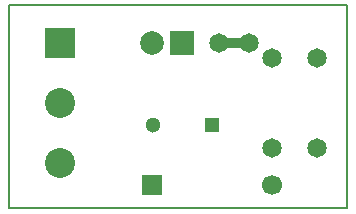
<source format=gbr>
G04 #@! TF.FileFunction,Copper,L1,Top,Signal*
%FSLAX46Y46*%
G04 Gerber Fmt 4.6, Leading zero omitted, Abs format (unit mm)*
G04 Created by KiCad (PCBNEW 4.0.0-rc1-stable) date 30/11/2015 17:14:41*
%MOMM*%
G01*
G04 APERTURE LIST*
%ADD10C,0.100000*%
%ADD11C,0.150000*%
%ADD12R,1.300000X1.300000*%
%ADD13C,1.300000*%
%ADD14R,2.000000X2.000000*%
%ADD15C,2.000000*%
%ADD16C,1.699260*%
%ADD17R,1.699260X1.699260*%
%ADD18R,2.540000X2.540000*%
%ADD19C,2.540000*%
%ADD20C,1.651000*%
%ADD21C,0.812800*%
G04 APERTURE END LIST*
D10*
D11*
X154305000Y-104775000D02*
X154305000Y-121920000D01*
X182880000Y-104775000D02*
X154305000Y-104775000D01*
X182880000Y-121920000D02*
X182880000Y-104775000D01*
X154305000Y-121920000D02*
X182880000Y-121920000D01*
D12*
X171450000Y-114935000D03*
D13*
X166450000Y-114935000D03*
D14*
X168910000Y-107950000D03*
D15*
X166370000Y-107950000D03*
D16*
X176530520Y-120012460D03*
D17*
X166370520Y-120012460D03*
D18*
X158605000Y-107950000D03*
D19*
X158605000Y-113030000D03*
X158605000Y-118110000D03*
D20*
X176530000Y-109220000D03*
X176530000Y-116840000D03*
X180340000Y-109220000D03*
X180340000Y-116840000D03*
X174625000Y-107950000D03*
X172085000Y-107950000D03*
D21*
X172085000Y-107950000D02*
X174625000Y-107950000D01*
M02*

</source>
